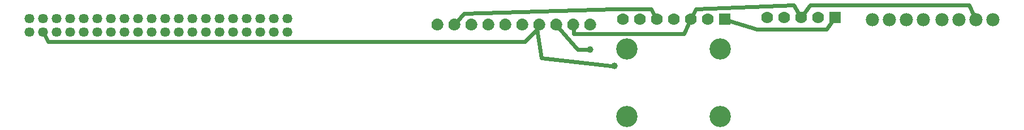
<source format=gbl>
G04 MADE WITH FRITZING*
G04 WWW.FRITZING.ORG*
G04 DOUBLE SIDED*
G04 HOLES PLATED*
G04 CONTOUR ON CENTER OF CONTOUR VECTOR*
%ASAXBY*%
%FSLAX23Y23*%
%MOIN*%
%OFA0B0*%
%SFA1.0B1.0*%
%ADD10C,0.057511*%
%ADD11C,0.057533*%
%ADD12C,0.070000*%
%ADD13C,0.078000*%
%ADD14C,0.125984*%
%ADD15C,0.039370*%
%ADD16R,0.070000X0.070000*%
%ADD17C,0.024000*%
%ADD18R,0.001000X0.001000*%
%LNCOPPER0*%
G90*
G70*
G54D10*
X284Y1030D03*
X364Y1030D03*
X444Y1030D03*
X524Y1030D03*
G54D11*
X604Y1030D03*
G54D10*
X684Y1030D03*
X764Y1030D03*
X844Y1030D03*
X924Y1030D03*
G54D11*
X1004Y1030D03*
G54D10*
X1084Y1030D03*
G54D11*
X1164Y1030D03*
G54D10*
X1244Y1030D03*
X1324Y1030D03*
X1404Y1030D03*
X1484Y1030D03*
G54D11*
X1564Y1030D03*
G54D10*
X1644Y1030D03*
X1724Y1030D03*
X1804Y1030D03*
X1804Y1110D03*
X1724Y1110D03*
X1644Y1110D03*
G54D11*
X1564Y1110D03*
G54D10*
X1484Y1110D03*
X1404Y1110D03*
X1324Y1110D03*
X1244Y1110D03*
G54D11*
X1164Y1110D03*
G54D10*
X1084Y1110D03*
G54D11*
X1004Y1110D03*
G54D10*
X924Y1110D03*
X844Y1110D03*
X764Y1110D03*
X684Y1110D03*
G54D11*
X604Y1110D03*
G54D10*
X524Y1110D03*
X444Y1110D03*
X364Y1110D03*
X284Y1110D03*
G54D12*
X5030Y1115D03*
X4930Y1115D03*
X4830Y1115D03*
X4730Y1115D03*
X4630Y1115D03*
G54D13*
X5962Y1101D03*
X5862Y1101D03*
X5762Y1101D03*
X5662Y1101D03*
X5962Y1101D03*
X5862Y1101D03*
X5762Y1101D03*
X5662Y1101D03*
X5253Y1102D03*
X5353Y1102D03*
X5453Y1102D03*
X5553Y1102D03*
G54D14*
X3805Y930D03*
G54D12*
X4380Y1105D03*
X4280Y1105D03*
X4180Y1105D03*
X4080Y1105D03*
X3980Y1105D03*
X3880Y1105D03*
X3780Y1105D03*
G54D14*
X3805Y530D03*
X4355Y530D03*
X4355Y930D03*
G54D12*
X3589Y1073D03*
X3489Y1073D03*
X3389Y1073D03*
X3289Y1073D03*
X3189Y1073D03*
X3089Y1073D03*
X2989Y1073D03*
X2889Y1073D03*
X2789Y1073D03*
X2689Y1073D03*
G54D15*
X3732Y828D03*
X3588Y924D03*
G54D16*
X5030Y1115D03*
X4380Y1105D03*
G54D17*
X2806Y1093D02*
X2844Y1140D01*
X2844Y1140D02*
X3732Y1164D01*
X3732Y1164D02*
X3948Y1164D01*
X3948Y1164D02*
X3965Y1132D01*
D02*
X4815Y1142D02*
X4788Y1188D01*
X4788Y1188D02*
X4212Y1164D01*
X4212Y1164D02*
X4195Y1132D01*
D02*
X3491Y1047D02*
X3492Y1020D01*
X3492Y1020D02*
X4140Y1020D01*
X4140Y1020D02*
X4167Y1077D01*
D02*
X5849Y1128D02*
X5820Y1188D01*
X5820Y1188D02*
X4884Y1188D01*
X4884Y1188D02*
X4849Y1140D01*
D02*
X5013Y1090D02*
X4980Y1044D01*
X4980Y1044D02*
X4572Y1044D01*
X4572Y1044D02*
X4409Y1096D01*
D02*
X3279Y1049D02*
X3276Y1044D01*
X3276Y1044D02*
X3300Y876D01*
X3300Y876D02*
X3713Y830D01*
D02*
X377Y1005D02*
X396Y972D01*
X396Y972D02*
X3204Y972D01*
X3204Y972D02*
X3276Y1044D01*
D02*
X3406Y1053D02*
X3516Y924D01*
X3516Y924D02*
X3569Y924D01*
G54D18*
X2682Y1108D02*
X2695Y1108D01*
X2782Y1108D02*
X2795Y1108D01*
X2882Y1108D02*
X2895Y1108D01*
X2982Y1108D02*
X2995Y1108D01*
X3082Y1108D02*
X3095Y1108D01*
X3182Y1108D02*
X3195Y1108D01*
X3282Y1108D02*
X3295Y1108D01*
X3382Y1108D02*
X3395Y1108D01*
X3482Y1108D02*
X3495Y1108D01*
X3582Y1108D02*
X3595Y1108D01*
X2679Y1107D02*
X2699Y1107D01*
X2779Y1107D02*
X2799Y1107D01*
X2879Y1107D02*
X2899Y1107D01*
X2979Y1107D02*
X2999Y1107D01*
X3079Y1107D02*
X3099Y1107D01*
X3179Y1107D02*
X3199Y1107D01*
X3278Y1107D02*
X3298Y1107D01*
X3378Y1107D02*
X3398Y1107D01*
X3478Y1107D02*
X3498Y1107D01*
X3578Y1107D02*
X3598Y1107D01*
X2676Y1106D02*
X2701Y1106D01*
X2776Y1106D02*
X2801Y1106D01*
X2876Y1106D02*
X2901Y1106D01*
X2976Y1106D02*
X3001Y1106D01*
X3076Y1106D02*
X3101Y1106D01*
X3176Y1106D02*
X3201Y1106D01*
X3276Y1106D02*
X3301Y1106D01*
X3376Y1106D02*
X3401Y1106D01*
X3476Y1106D02*
X3501Y1106D01*
X3576Y1106D02*
X3601Y1106D01*
X2674Y1105D02*
X2703Y1105D01*
X2774Y1105D02*
X2803Y1105D01*
X2874Y1105D02*
X2903Y1105D01*
X2974Y1105D02*
X3003Y1105D01*
X3074Y1105D02*
X3103Y1105D01*
X3174Y1105D02*
X3203Y1105D01*
X3274Y1105D02*
X3303Y1105D01*
X3374Y1105D02*
X3403Y1105D01*
X3474Y1105D02*
X3503Y1105D01*
X3574Y1105D02*
X3603Y1105D01*
X2672Y1104D02*
X2705Y1104D01*
X2772Y1104D02*
X2805Y1104D01*
X2872Y1104D02*
X2905Y1104D01*
X2972Y1104D02*
X3005Y1104D01*
X3072Y1104D02*
X3105Y1104D01*
X3172Y1104D02*
X3205Y1104D01*
X3272Y1104D02*
X3305Y1104D01*
X3372Y1104D02*
X3405Y1104D01*
X3472Y1104D02*
X3505Y1104D01*
X3572Y1104D02*
X3605Y1104D01*
X2671Y1103D02*
X2706Y1103D01*
X2771Y1103D02*
X2806Y1103D01*
X2871Y1103D02*
X2906Y1103D01*
X2971Y1103D02*
X3006Y1103D01*
X3071Y1103D02*
X3106Y1103D01*
X3171Y1103D02*
X3206Y1103D01*
X3271Y1103D02*
X3306Y1103D01*
X3371Y1103D02*
X3406Y1103D01*
X3471Y1103D02*
X3506Y1103D01*
X3571Y1103D02*
X3606Y1103D01*
X2669Y1102D02*
X2708Y1102D01*
X2769Y1102D02*
X2808Y1102D01*
X2869Y1102D02*
X2908Y1102D01*
X2969Y1102D02*
X3008Y1102D01*
X3069Y1102D02*
X3108Y1102D01*
X3169Y1102D02*
X3208Y1102D01*
X3269Y1102D02*
X3308Y1102D01*
X3369Y1102D02*
X3408Y1102D01*
X3469Y1102D02*
X3508Y1102D01*
X3569Y1102D02*
X3608Y1102D01*
X2668Y1101D02*
X2709Y1101D01*
X2768Y1101D02*
X2809Y1101D01*
X2868Y1101D02*
X2909Y1101D01*
X2968Y1101D02*
X3009Y1101D01*
X3068Y1101D02*
X3109Y1101D01*
X3168Y1101D02*
X3209Y1101D01*
X3268Y1101D02*
X3309Y1101D01*
X3368Y1101D02*
X3409Y1101D01*
X3468Y1101D02*
X3509Y1101D01*
X3568Y1101D02*
X3609Y1101D01*
X2667Y1100D02*
X2710Y1100D01*
X2767Y1100D02*
X2810Y1100D01*
X2867Y1100D02*
X2910Y1100D01*
X2967Y1100D02*
X3010Y1100D01*
X3067Y1100D02*
X3110Y1100D01*
X3167Y1100D02*
X3210Y1100D01*
X3267Y1100D02*
X3310Y1100D01*
X3367Y1100D02*
X3410Y1100D01*
X3467Y1100D02*
X3510Y1100D01*
X3567Y1100D02*
X3610Y1100D01*
X2666Y1099D02*
X2711Y1099D01*
X2766Y1099D02*
X2811Y1099D01*
X2866Y1099D02*
X2911Y1099D01*
X2966Y1099D02*
X3011Y1099D01*
X3066Y1099D02*
X3111Y1099D01*
X3166Y1099D02*
X3211Y1099D01*
X3266Y1099D02*
X3311Y1099D01*
X3366Y1099D02*
X3411Y1099D01*
X3466Y1099D02*
X3511Y1099D01*
X3566Y1099D02*
X3611Y1099D01*
X2665Y1098D02*
X2712Y1098D01*
X2765Y1098D02*
X2812Y1098D01*
X2865Y1098D02*
X2912Y1098D01*
X2965Y1098D02*
X3012Y1098D01*
X3065Y1098D02*
X3112Y1098D01*
X3165Y1098D02*
X3212Y1098D01*
X3265Y1098D02*
X3312Y1098D01*
X3365Y1098D02*
X3412Y1098D01*
X3465Y1098D02*
X3512Y1098D01*
X3565Y1098D02*
X3612Y1098D01*
X2664Y1097D02*
X2713Y1097D01*
X2764Y1097D02*
X2813Y1097D01*
X2864Y1097D02*
X2913Y1097D01*
X2964Y1097D02*
X3013Y1097D01*
X3064Y1097D02*
X3113Y1097D01*
X3164Y1097D02*
X3213Y1097D01*
X3264Y1097D02*
X3313Y1097D01*
X3364Y1097D02*
X3413Y1097D01*
X3464Y1097D02*
X3513Y1097D01*
X3564Y1097D02*
X3613Y1097D01*
X2663Y1096D02*
X2714Y1096D01*
X2763Y1096D02*
X2814Y1096D01*
X2863Y1096D02*
X2914Y1096D01*
X2963Y1096D02*
X3014Y1096D01*
X3063Y1096D02*
X3114Y1096D01*
X3163Y1096D02*
X3214Y1096D01*
X3263Y1096D02*
X3314Y1096D01*
X3363Y1096D02*
X3414Y1096D01*
X3463Y1096D02*
X3514Y1096D01*
X3563Y1096D02*
X3614Y1096D01*
X2662Y1095D02*
X2715Y1095D01*
X2762Y1095D02*
X2815Y1095D01*
X2862Y1095D02*
X2915Y1095D01*
X2962Y1095D02*
X3015Y1095D01*
X3062Y1095D02*
X3115Y1095D01*
X3162Y1095D02*
X3215Y1095D01*
X3262Y1095D02*
X3315Y1095D01*
X3362Y1095D02*
X3415Y1095D01*
X3462Y1095D02*
X3515Y1095D01*
X3562Y1095D02*
X3615Y1095D01*
X2661Y1094D02*
X2716Y1094D01*
X2761Y1094D02*
X2816Y1094D01*
X2861Y1094D02*
X2916Y1094D01*
X2961Y1094D02*
X3016Y1094D01*
X3061Y1094D02*
X3116Y1094D01*
X3161Y1094D02*
X3216Y1094D01*
X3261Y1094D02*
X3316Y1094D01*
X3361Y1094D02*
X3416Y1094D01*
X3461Y1094D02*
X3516Y1094D01*
X3561Y1094D02*
X3616Y1094D01*
X2660Y1093D02*
X2717Y1093D01*
X2760Y1093D02*
X2817Y1093D01*
X2860Y1093D02*
X2917Y1093D01*
X2960Y1093D02*
X3017Y1093D01*
X3060Y1093D02*
X3117Y1093D01*
X3160Y1093D02*
X3217Y1093D01*
X3260Y1093D02*
X3317Y1093D01*
X3360Y1093D02*
X3417Y1093D01*
X3460Y1093D02*
X3517Y1093D01*
X3560Y1093D02*
X3617Y1093D01*
X2660Y1092D02*
X2717Y1092D01*
X2760Y1092D02*
X2817Y1092D01*
X2860Y1092D02*
X2917Y1092D01*
X2960Y1092D02*
X3017Y1092D01*
X3060Y1092D02*
X3117Y1092D01*
X3160Y1092D02*
X3217Y1092D01*
X3260Y1092D02*
X3317Y1092D01*
X3360Y1092D02*
X3417Y1092D01*
X3460Y1092D02*
X3517Y1092D01*
X3560Y1092D02*
X3617Y1092D01*
X2659Y1091D02*
X2718Y1091D01*
X2759Y1091D02*
X2818Y1091D01*
X2859Y1091D02*
X2918Y1091D01*
X2959Y1091D02*
X3018Y1091D01*
X3059Y1091D02*
X3118Y1091D01*
X3159Y1091D02*
X3218Y1091D01*
X3259Y1091D02*
X3318Y1091D01*
X3359Y1091D02*
X3418Y1091D01*
X3459Y1091D02*
X3518Y1091D01*
X3559Y1091D02*
X3618Y1091D01*
X2659Y1090D02*
X2719Y1090D01*
X2759Y1090D02*
X2819Y1090D01*
X2859Y1090D02*
X2919Y1090D01*
X2959Y1090D02*
X3019Y1090D01*
X3059Y1090D02*
X3119Y1090D01*
X3159Y1090D02*
X3218Y1090D01*
X3259Y1090D02*
X3318Y1090D01*
X3358Y1090D02*
X3418Y1090D01*
X3458Y1090D02*
X3518Y1090D01*
X3558Y1090D02*
X3618Y1090D01*
X2658Y1089D02*
X2719Y1089D01*
X2758Y1089D02*
X2819Y1089D01*
X2858Y1089D02*
X2919Y1089D01*
X2958Y1089D02*
X3019Y1089D01*
X3058Y1089D02*
X3119Y1089D01*
X3158Y1089D02*
X3219Y1089D01*
X3258Y1089D02*
X3319Y1089D01*
X3358Y1089D02*
X3419Y1089D01*
X3458Y1089D02*
X3519Y1089D01*
X3558Y1089D02*
X3619Y1089D01*
X2658Y1088D02*
X2682Y1088D01*
X2695Y1088D02*
X2720Y1088D01*
X2758Y1088D02*
X2782Y1088D01*
X2795Y1088D02*
X2820Y1088D01*
X2858Y1088D02*
X2882Y1088D01*
X2895Y1088D02*
X2920Y1088D01*
X2958Y1088D02*
X2982Y1088D01*
X2995Y1088D02*
X3020Y1088D01*
X3057Y1088D02*
X3082Y1088D01*
X3095Y1088D02*
X3120Y1088D01*
X3157Y1088D02*
X3182Y1088D01*
X3195Y1088D02*
X3220Y1088D01*
X3257Y1088D02*
X3282Y1088D01*
X3295Y1088D02*
X3320Y1088D01*
X3357Y1088D02*
X3382Y1088D01*
X3395Y1088D02*
X3420Y1088D01*
X3457Y1088D02*
X3482Y1088D01*
X3495Y1088D02*
X3519Y1088D01*
X3557Y1088D02*
X3582Y1088D01*
X3595Y1088D02*
X3619Y1088D01*
X2657Y1087D02*
X2680Y1087D01*
X2697Y1087D02*
X2720Y1087D01*
X2757Y1087D02*
X2780Y1087D01*
X2797Y1087D02*
X2820Y1087D01*
X2857Y1087D02*
X2880Y1087D01*
X2897Y1087D02*
X2920Y1087D01*
X2957Y1087D02*
X2980Y1087D01*
X2997Y1087D02*
X3020Y1087D01*
X3057Y1087D02*
X3080Y1087D01*
X3097Y1087D02*
X3120Y1087D01*
X3157Y1087D02*
X3180Y1087D01*
X3197Y1087D02*
X3220Y1087D01*
X3257Y1087D02*
X3280Y1087D01*
X3297Y1087D02*
X3320Y1087D01*
X3357Y1087D02*
X3380Y1087D01*
X3397Y1087D02*
X3420Y1087D01*
X3457Y1087D02*
X3480Y1087D01*
X3497Y1087D02*
X3520Y1087D01*
X3557Y1087D02*
X3580Y1087D01*
X3597Y1087D02*
X3620Y1087D01*
X2657Y1086D02*
X2678Y1086D01*
X2699Y1086D02*
X2721Y1086D01*
X2757Y1086D02*
X2778Y1086D01*
X2799Y1086D02*
X2821Y1086D01*
X2857Y1086D02*
X2878Y1086D01*
X2899Y1086D02*
X2920Y1086D01*
X2957Y1086D02*
X2978Y1086D01*
X2999Y1086D02*
X3020Y1086D01*
X3057Y1086D02*
X3078Y1086D01*
X3099Y1086D02*
X3120Y1086D01*
X3157Y1086D02*
X3178Y1086D01*
X3199Y1086D02*
X3220Y1086D01*
X3257Y1086D02*
X3278Y1086D01*
X3299Y1086D02*
X3320Y1086D01*
X3357Y1086D02*
X3378Y1086D01*
X3399Y1086D02*
X3420Y1086D01*
X3457Y1086D02*
X3478Y1086D01*
X3499Y1086D02*
X3520Y1086D01*
X3557Y1086D02*
X3578Y1086D01*
X3599Y1086D02*
X3620Y1086D01*
X2656Y1085D02*
X2677Y1085D01*
X2700Y1085D02*
X2721Y1085D01*
X2756Y1085D02*
X2777Y1085D01*
X2800Y1085D02*
X2821Y1085D01*
X2856Y1085D02*
X2877Y1085D01*
X2900Y1085D02*
X2921Y1085D01*
X2956Y1085D02*
X2977Y1085D01*
X3000Y1085D02*
X3021Y1085D01*
X3056Y1085D02*
X3077Y1085D01*
X3100Y1085D02*
X3121Y1085D01*
X3156Y1085D02*
X3177Y1085D01*
X3200Y1085D02*
X3221Y1085D01*
X3256Y1085D02*
X3277Y1085D01*
X3300Y1085D02*
X3321Y1085D01*
X3356Y1085D02*
X3377Y1085D01*
X3400Y1085D02*
X3421Y1085D01*
X3456Y1085D02*
X3477Y1085D01*
X3500Y1085D02*
X3521Y1085D01*
X3556Y1085D02*
X3577Y1085D01*
X3600Y1085D02*
X3621Y1085D01*
X2656Y1084D02*
X2676Y1084D01*
X2701Y1084D02*
X2721Y1084D01*
X2756Y1084D02*
X2776Y1084D01*
X2801Y1084D02*
X2821Y1084D01*
X2856Y1084D02*
X2876Y1084D01*
X2901Y1084D02*
X2921Y1084D01*
X2956Y1084D02*
X2976Y1084D01*
X3001Y1084D02*
X3021Y1084D01*
X3056Y1084D02*
X3076Y1084D01*
X3101Y1084D02*
X3121Y1084D01*
X3156Y1084D02*
X3176Y1084D01*
X3201Y1084D02*
X3221Y1084D01*
X3256Y1084D02*
X3276Y1084D01*
X3301Y1084D02*
X3321Y1084D01*
X3356Y1084D02*
X3376Y1084D01*
X3401Y1084D02*
X3421Y1084D01*
X3456Y1084D02*
X3476Y1084D01*
X3501Y1084D02*
X3521Y1084D01*
X3556Y1084D02*
X3576Y1084D01*
X3601Y1084D02*
X3621Y1084D01*
X2656Y1083D02*
X2675Y1083D01*
X2702Y1083D02*
X2722Y1083D01*
X2756Y1083D02*
X2775Y1083D01*
X2802Y1083D02*
X2822Y1083D01*
X2855Y1083D02*
X2875Y1083D01*
X2902Y1083D02*
X2922Y1083D01*
X2955Y1083D02*
X2975Y1083D01*
X3002Y1083D02*
X3022Y1083D01*
X3055Y1083D02*
X3075Y1083D01*
X3102Y1083D02*
X3122Y1083D01*
X3155Y1083D02*
X3175Y1083D01*
X3202Y1083D02*
X3222Y1083D01*
X3255Y1083D02*
X3275Y1083D01*
X3302Y1083D02*
X3322Y1083D01*
X3355Y1083D02*
X3375Y1083D01*
X3402Y1083D02*
X3422Y1083D01*
X3455Y1083D02*
X3475Y1083D01*
X3502Y1083D02*
X3522Y1083D01*
X3555Y1083D02*
X3575Y1083D01*
X3602Y1083D02*
X3622Y1083D01*
X2655Y1082D02*
X2675Y1082D01*
X2702Y1082D02*
X2722Y1082D01*
X2755Y1082D02*
X2775Y1082D01*
X2802Y1082D02*
X2822Y1082D01*
X2855Y1082D02*
X2875Y1082D01*
X2902Y1082D02*
X2922Y1082D01*
X2955Y1082D02*
X2975Y1082D01*
X3002Y1082D02*
X3022Y1082D01*
X3055Y1082D02*
X3075Y1082D01*
X3102Y1082D02*
X3122Y1082D01*
X3155Y1082D02*
X3175Y1082D01*
X3202Y1082D02*
X3222Y1082D01*
X3255Y1082D02*
X3275Y1082D01*
X3302Y1082D02*
X3322Y1082D01*
X3355Y1082D02*
X3375Y1082D01*
X3402Y1082D02*
X3422Y1082D01*
X3455Y1082D02*
X3475Y1082D01*
X3502Y1082D02*
X3522Y1082D01*
X3555Y1082D02*
X3575Y1082D01*
X3602Y1082D02*
X3622Y1082D01*
X2655Y1081D02*
X2674Y1081D01*
X2703Y1081D02*
X2722Y1081D01*
X2755Y1081D02*
X2774Y1081D01*
X2803Y1081D02*
X2822Y1081D01*
X2855Y1081D02*
X2874Y1081D01*
X2903Y1081D02*
X2922Y1081D01*
X2955Y1081D02*
X2974Y1081D01*
X3003Y1081D02*
X3022Y1081D01*
X3055Y1081D02*
X3074Y1081D01*
X3103Y1081D02*
X3122Y1081D01*
X3155Y1081D02*
X3174Y1081D01*
X3203Y1081D02*
X3222Y1081D01*
X3255Y1081D02*
X3274Y1081D01*
X3303Y1081D02*
X3322Y1081D01*
X3355Y1081D02*
X3374Y1081D01*
X3403Y1081D02*
X3422Y1081D01*
X3455Y1081D02*
X3474Y1081D01*
X3503Y1081D02*
X3522Y1081D01*
X3555Y1081D02*
X3574Y1081D01*
X3603Y1081D02*
X3622Y1081D01*
X2655Y1080D02*
X2674Y1080D01*
X2703Y1080D02*
X2722Y1080D01*
X2755Y1080D02*
X2774Y1080D01*
X2803Y1080D02*
X2822Y1080D01*
X2855Y1080D02*
X2874Y1080D01*
X2903Y1080D02*
X2922Y1080D01*
X2955Y1080D02*
X2974Y1080D01*
X3003Y1080D02*
X3022Y1080D01*
X3055Y1080D02*
X3074Y1080D01*
X3103Y1080D02*
X3122Y1080D01*
X3155Y1080D02*
X3174Y1080D01*
X3203Y1080D02*
X3222Y1080D01*
X3255Y1080D02*
X3274Y1080D01*
X3303Y1080D02*
X3322Y1080D01*
X3355Y1080D02*
X3374Y1080D01*
X3403Y1080D02*
X3422Y1080D01*
X3455Y1080D02*
X3474Y1080D01*
X3503Y1080D02*
X3522Y1080D01*
X3555Y1080D02*
X3574Y1080D01*
X3603Y1080D02*
X3622Y1080D01*
X2655Y1079D02*
X2674Y1079D01*
X2703Y1079D02*
X2723Y1079D01*
X2755Y1079D02*
X2774Y1079D01*
X2803Y1079D02*
X2823Y1079D01*
X2855Y1079D02*
X2874Y1079D01*
X2903Y1079D02*
X2923Y1079D01*
X2955Y1079D02*
X2974Y1079D01*
X3003Y1079D02*
X3023Y1079D01*
X3055Y1079D02*
X3074Y1079D01*
X3103Y1079D02*
X3123Y1079D01*
X3154Y1079D02*
X3174Y1079D01*
X3203Y1079D02*
X3223Y1079D01*
X3254Y1079D02*
X3274Y1079D01*
X3303Y1079D02*
X3322Y1079D01*
X3354Y1079D02*
X3374Y1079D01*
X3403Y1079D02*
X3422Y1079D01*
X3454Y1079D02*
X3474Y1079D01*
X3503Y1079D02*
X3522Y1079D01*
X3554Y1079D02*
X3574Y1079D01*
X3603Y1079D02*
X3622Y1079D01*
X2654Y1078D02*
X2673Y1078D01*
X2704Y1078D02*
X2723Y1078D01*
X2754Y1078D02*
X2773Y1078D01*
X2804Y1078D02*
X2823Y1078D01*
X2854Y1078D02*
X2873Y1078D01*
X2904Y1078D02*
X2923Y1078D01*
X2954Y1078D02*
X2973Y1078D01*
X3004Y1078D02*
X3023Y1078D01*
X3054Y1078D02*
X3073Y1078D01*
X3104Y1078D02*
X3123Y1078D01*
X3154Y1078D02*
X3173Y1078D01*
X3204Y1078D02*
X3223Y1078D01*
X3254Y1078D02*
X3273Y1078D01*
X3304Y1078D02*
X3323Y1078D01*
X3354Y1078D02*
X3373Y1078D01*
X3404Y1078D02*
X3423Y1078D01*
X3454Y1078D02*
X3473Y1078D01*
X3504Y1078D02*
X3523Y1078D01*
X3554Y1078D02*
X3573Y1078D01*
X3604Y1078D02*
X3623Y1078D01*
X2654Y1077D02*
X2673Y1077D01*
X2704Y1077D02*
X2723Y1077D01*
X2754Y1077D02*
X2773Y1077D01*
X2804Y1077D02*
X2823Y1077D01*
X2854Y1077D02*
X2873Y1077D01*
X2904Y1077D02*
X2923Y1077D01*
X2954Y1077D02*
X2973Y1077D01*
X3004Y1077D02*
X3023Y1077D01*
X3054Y1077D02*
X3073Y1077D01*
X3104Y1077D02*
X3123Y1077D01*
X3154Y1077D02*
X3173Y1077D01*
X3204Y1077D02*
X3223Y1077D01*
X3254Y1077D02*
X3273Y1077D01*
X3304Y1077D02*
X3323Y1077D01*
X3354Y1077D02*
X3373Y1077D01*
X3404Y1077D02*
X3423Y1077D01*
X3454Y1077D02*
X3473Y1077D01*
X3504Y1077D02*
X3523Y1077D01*
X3554Y1077D02*
X3573Y1077D01*
X3604Y1077D02*
X3623Y1077D01*
X2654Y1076D02*
X2673Y1076D01*
X2704Y1076D02*
X2723Y1076D01*
X2754Y1076D02*
X2773Y1076D01*
X2804Y1076D02*
X2823Y1076D01*
X2854Y1076D02*
X2873Y1076D01*
X2904Y1076D02*
X2923Y1076D01*
X2954Y1076D02*
X2973Y1076D01*
X3004Y1076D02*
X3023Y1076D01*
X3054Y1076D02*
X3073Y1076D01*
X3104Y1076D02*
X3123Y1076D01*
X3154Y1076D02*
X3173Y1076D01*
X3204Y1076D02*
X3223Y1076D01*
X3254Y1076D02*
X3273Y1076D01*
X3304Y1076D02*
X3323Y1076D01*
X3354Y1076D02*
X3373Y1076D01*
X3404Y1076D02*
X3423Y1076D01*
X3454Y1076D02*
X3473Y1076D01*
X3504Y1076D02*
X3523Y1076D01*
X3554Y1076D02*
X3573Y1076D01*
X3604Y1076D02*
X3623Y1076D01*
X2654Y1075D02*
X2673Y1075D01*
X2704Y1075D02*
X2723Y1075D01*
X2754Y1075D02*
X2773Y1075D01*
X2804Y1075D02*
X2823Y1075D01*
X2854Y1075D02*
X2873Y1075D01*
X2904Y1075D02*
X2923Y1075D01*
X2954Y1075D02*
X2973Y1075D01*
X3004Y1075D02*
X3023Y1075D01*
X3054Y1075D02*
X3073Y1075D01*
X3104Y1075D02*
X3123Y1075D01*
X3154Y1075D02*
X3173Y1075D01*
X3204Y1075D02*
X3223Y1075D01*
X3254Y1075D02*
X3273Y1075D01*
X3304Y1075D02*
X3323Y1075D01*
X3354Y1075D02*
X3373Y1075D01*
X3404Y1075D02*
X3423Y1075D01*
X3454Y1075D02*
X3473Y1075D01*
X3504Y1075D02*
X3523Y1075D01*
X3554Y1075D02*
X3573Y1075D01*
X3604Y1075D02*
X3623Y1075D01*
X2654Y1074D02*
X2673Y1074D01*
X2704Y1074D02*
X2723Y1074D01*
X2754Y1074D02*
X2773Y1074D01*
X2804Y1074D02*
X2823Y1074D01*
X2854Y1074D02*
X2873Y1074D01*
X2904Y1074D02*
X2923Y1074D01*
X2954Y1074D02*
X2973Y1074D01*
X3004Y1074D02*
X3023Y1074D01*
X3054Y1074D02*
X3073Y1074D01*
X3104Y1074D02*
X3123Y1074D01*
X3154Y1074D02*
X3173Y1074D01*
X3204Y1074D02*
X3223Y1074D01*
X3254Y1074D02*
X3273Y1074D01*
X3304Y1074D02*
X3323Y1074D01*
X3354Y1074D02*
X3373Y1074D01*
X3404Y1074D02*
X3423Y1074D01*
X3454Y1074D02*
X3473Y1074D01*
X3504Y1074D02*
X3523Y1074D01*
X3554Y1074D02*
X3573Y1074D01*
X3604Y1074D02*
X3623Y1074D01*
X2654Y1073D02*
X2673Y1073D01*
X2704Y1073D02*
X2723Y1073D01*
X2754Y1073D02*
X2773Y1073D01*
X2804Y1073D02*
X2823Y1073D01*
X2854Y1073D02*
X2873Y1073D01*
X2904Y1073D02*
X2923Y1073D01*
X2954Y1073D02*
X2973Y1073D01*
X3004Y1073D02*
X3023Y1073D01*
X3054Y1073D02*
X3073Y1073D01*
X3104Y1073D02*
X3123Y1073D01*
X3154Y1073D02*
X3173Y1073D01*
X3204Y1073D02*
X3223Y1073D01*
X3254Y1073D02*
X3273Y1073D01*
X3304Y1073D02*
X3323Y1073D01*
X3354Y1073D02*
X3373Y1073D01*
X3404Y1073D02*
X3423Y1073D01*
X3454Y1073D02*
X3473Y1073D01*
X3504Y1073D02*
X3523Y1073D01*
X3554Y1073D02*
X3573Y1073D01*
X3604Y1073D02*
X3623Y1073D01*
X2654Y1072D02*
X2673Y1072D01*
X2704Y1072D02*
X2723Y1072D01*
X2754Y1072D02*
X2773Y1072D01*
X2804Y1072D02*
X2823Y1072D01*
X2854Y1072D02*
X2873Y1072D01*
X2904Y1072D02*
X2923Y1072D01*
X2954Y1072D02*
X2973Y1072D01*
X3004Y1072D02*
X3023Y1072D01*
X3054Y1072D02*
X3073Y1072D01*
X3104Y1072D02*
X3123Y1072D01*
X3154Y1072D02*
X3173Y1072D01*
X3204Y1072D02*
X3223Y1072D01*
X3254Y1072D02*
X3273Y1072D01*
X3304Y1072D02*
X3323Y1072D01*
X3354Y1072D02*
X3373Y1072D01*
X3404Y1072D02*
X3423Y1072D01*
X3454Y1072D02*
X3473Y1072D01*
X3504Y1072D02*
X3523Y1072D01*
X3554Y1072D02*
X3573Y1072D01*
X3604Y1072D02*
X3623Y1072D01*
X2654Y1071D02*
X2673Y1071D01*
X2704Y1071D02*
X2723Y1071D01*
X2754Y1071D02*
X2773Y1071D01*
X2804Y1071D02*
X2823Y1071D01*
X2854Y1071D02*
X2873Y1071D01*
X2904Y1071D02*
X2923Y1071D01*
X2954Y1071D02*
X2973Y1071D01*
X3004Y1071D02*
X3023Y1071D01*
X3054Y1071D02*
X3073Y1071D01*
X3104Y1071D02*
X3123Y1071D01*
X3154Y1071D02*
X3173Y1071D01*
X3204Y1071D02*
X3223Y1071D01*
X3254Y1071D02*
X3273Y1071D01*
X3304Y1071D02*
X3323Y1071D01*
X3354Y1071D02*
X3373Y1071D01*
X3404Y1071D02*
X3423Y1071D01*
X3454Y1071D02*
X3473Y1071D01*
X3504Y1071D02*
X3523Y1071D01*
X3554Y1071D02*
X3573Y1071D01*
X3604Y1071D02*
X3623Y1071D01*
X2654Y1070D02*
X2673Y1070D01*
X2704Y1070D02*
X2723Y1070D01*
X2754Y1070D02*
X2773Y1070D01*
X2804Y1070D02*
X2823Y1070D01*
X2854Y1070D02*
X2873Y1070D01*
X2904Y1070D02*
X2923Y1070D01*
X2954Y1070D02*
X2973Y1070D01*
X3004Y1070D02*
X3023Y1070D01*
X3054Y1070D02*
X3073Y1070D01*
X3104Y1070D02*
X3123Y1070D01*
X3154Y1070D02*
X3173Y1070D01*
X3204Y1070D02*
X3223Y1070D01*
X3254Y1070D02*
X3273Y1070D01*
X3304Y1070D02*
X3323Y1070D01*
X3354Y1070D02*
X3373Y1070D01*
X3404Y1070D02*
X3423Y1070D01*
X3454Y1070D02*
X3473Y1070D01*
X3504Y1070D02*
X3523Y1070D01*
X3554Y1070D02*
X3573Y1070D01*
X3604Y1070D02*
X3623Y1070D01*
X2655Y1069D02*
X2674Y1069D01*
X2703Y1069D02*
X2723Y1069D01*
X2755Y1069D02*
X2774Y1069D01*
X2803Y1069D02*
X2823Y1069D01*
X2855Y1069D02*
X2874Y1069D01*
X2903Y1069D02*
X2923Y1069D01*
X2955Y1069D02*
X2974Y1069D01*
X3003Y1069D02*
X3023Y1069D01*
X3054Y1069D02*
X3074Y1069D01*
X3103Y1069D02*
X3123Y1069D01*
X3154Y1069D02*
X3174Y1069D01*
X3203Y1069D02*
X3223Y1069D01*
X3254Y1069D02*
X3274Y1069D01*
X3303Y1069D02*
X3323Y1069D01*
X3354Y1069D02*
X3374Y1069D01*
X3403Y1069D02*
X3423Y1069D01*
X3454Y1069D02*
X3474Y1069D01*
X3503Y1069D02*
X3522Y1069D01*
X3554Y1069D02*
X3574Y1069D01*
X3603Y1069D02*
X3622Y1069D01*
X2655Y1068D02*
X2674Y1068D01*
X2703Y1068D02*
X2722Y1068D01*
X2755Y1068D02*
X2774Y1068D01*
X2803Y1068D02*
X2822Y1068D01*
X2855Y1068D02*
X2874Y1068D01*
X2903Y1068D02*
X2922Y1068D01*
X2955Y1068D02*
X2974Y1068D01*
X3003Y1068D02*
X3022Y1068D01*
X3055Y1068D02*
X3074Y1068D01*
X3103Y1068D02*
X3122Y1068D01*
X3155Y1068D02*
X3174Y1068D01*
X3203Y1068D02*
X3222Y1068D01*
X3255Y1068D02*
X3274Y1068D01*
X3303Y1068D02*
X3322Y1068D01*
X3355Y1068D02*
X3374Y1068D01*
X3403Y1068D02*
X3422Y1068D01*
X3455Y1068D02*
X3474Y1068D01*
X3503Y1068D02*
X3522Y1068D01*
X3555Y1068D02*
X3574Y1068D01*
X3603Y1068D02*
X3622Y1068D01*
X2655Y1067D02*
X2674Y1067D01*
X2703Y1067D02*
X2722Y1067D01*
X2755Y1067D02*
X2774Y1067D01*
X2803Y1067D02*
X2822Y1067D01*
X2855Y1067D02*
X2874Y1067D01*
X2903Y1067D02*
X2922Y1067D01*
X2955Y1067D02*
X2974Y1067D01*
X3003Y1067D02*
X3022Y1067D01*
X3055Y1067D02*
X3074Y1067D01*
X3103Y1067D02*
X3122Y1067D01*
X3155Y1067D02*
X3174Y1067D01*
X3203Y1067D02*
X3222Y1067D01*
X3255Y1067D02*
X3274Y1067D01*
X3303Y1067D02*
X3322Y1067D01*
X3355Y1067D02*
X3374Y1067D01*
X3403Y1067D02*
X3422Y1067D01*
X3455Y1067D02*
X3474Y1067D01*
X3503Y1067D02*
X3522Y1067D01*
X3555Y1067D02*
X3574Y1067D01*
X3603Y1067D02*
X3622Y1067D01*
X2655Y1066D02*
X2675Y1066D01*
X2702Y1066D02*
X2722Y1066D01*
X2755Y1066D02*
X2775Y1066D01*
X2802Y1066D02*
X2822Y1066D01*
X2855Y1066D02*
X2875Y1066D01*
X2902Y1066D02*
X2922Y1066D01*
X2955Y1066D02*
X2975Y1066D01*
X3002Y1066D02*
X3022Y1066D01*
X3055Y1066D02*
X3075Y1066D01*
X3102Y1066D02*
X3122Y1066D01*
X3155Y1066D02*
X3175Y1066D01*
X3202Y1066D02*
X3222Y1066D01*
X3255Y1066D02*
X3275Y1066D01*
X3302Y1066D02*
X3322Y1066D01*
X3355Y1066D02*
X3375Y1066D01*
X3402Y1066D02*
X3422Y1066D01*
X3455Y1066D02*
X3475Y1066D01*
X3502Y1066D02*
X3522Y1066D01*
X3555Y1066D02*
X3575Y1066D01*
X3602Y1066D02*
X3622Y1066D01*
X2655Y1065D02*
X2675Y1065D01*
X2702Y1065D02*
X2722Y1065D01*
X2755Y1065D02*
X2775Y1065D01*
X2802Y1065D02*
X2822Y1065D01*
X2855Y1065D02*
X2875Y1065D01*
X2902Y1065D02*
X2922Y1065D01*
X2955Y1065D02*
X2975Y1065D01*
X3002Y1065D02*
X3022Y1065D01*
X3055Y1065D02*
X3075Y1065D01*
X3102Y1065D02*
X3122Y1065D01*
X3155Y1065D02*
X3175Y1065D01*
X3202Y1065D02*
X3222Y1065D01*
X3255Y1065D02*
X3275Y1065D01*
X3302Y1065D02*
X3322Y1065D01*
X3355Y1065D02*
X3375Y1065D01*
X3402Y1065D02*
X3422Y1065D01*
X3455Y1065D02*
X3475Y1065D01*
X3502Y1065D02*
X3522Y1065D01*
X3555Y1065D02*
X3575Y1065D01*
X3602Y1065D02*
X3622Y1065D01*
X2656Y1064D02*
X2676Y1064D01*
X2701Y1064D02*
X2721Y1064D01*
X2756Y1064D02*
X2776Y1064D01*
X2801Y1064D02*
X2821Y1064D01*
X2856Y1064D02*
X2876Y1064D01*
X2901Y1064D02*
X2921Y1064D01*
X2956Y1064D02*
X2976Y1064D01*
X3001Y1064D02*
X3021Y1064D01*
X3056Y1064D02*
X3076Y1064D01*
X3101Y1064D02*
X3121Y1064D01*
X3156Y1064D02*
X3176Y1064D01*
X3201Y1064D02*
X3221Y1064D01*
X3256Y1064D02*
X3276Y1064D01*
X3301Y1064D02*
X3321Y1064D01*
X3356Y1064D02*
X3376Y1064D01*
X3401Y1064D02*
X3421Y1064D01*
X3456Y1064D02*
X3476Y1064D01*
X3501Y1064D02*
X3521Y1064D01*
X3556Y1064D02*
X3576Y1064D01*
X3601Y1064D02*
X3621Y1064D01*
X2656Y1063D02*
X2677Y1063D01*
X2700Y1063D02*
X2721Y1063D01*
X2756Y1063D02*
X2777Y1063D01*
X2800Y1063D02*
X2821Y1063D01*
X2856Y1063D02*
X2877Y1063D01*
X2900Y1063D02*
X2921Y1063D01*
X2956Y1063D02*
X2977Y1063D01*
X3000Y1063D02*
X3021Y1063D01*
X3056Y1063D02*
X3077Y1063D01*
X3100Y1063D02*
X3121Y1063D01*
X3156Y1063D02*
X3177Y1063D01*
X3200Y1063D02*
X3221Y1063D01*
X3256Y1063D02*
X3277Y1063D01*
X3300Y1063D02*
X3321Y1063D01*
X3356Y1063D02*
X3377Y1063D01*
X3400Y1063D02*
X3421Y1063D01*
X3456Y1063D02*
X3477Y1063D01*
X3500Y1063D02*
X3521Y1063D01*
X3556Y1063D02*
X3577Y1063D01*
X3600Y1063D02*
X3621Y1063D01*
X2657Y1062D02*
X2678Y1062D01*
X2699Y1062D02*
X2721Y1062D01*
X2757Y1062D02*
X2778Y1062D01*
X2799Y1062D02*
X2821Y1062D01*
X2857Y1062D02*
X2878Y1062D01*
X2899Y1062D02*
X2921Y1062D01*
X2957Y1062D02*
X2978Y1062D01*
X2999Y1062D02*
X3021Y1062D01*
X3057Y1062D02*
X3078Y1062D01*
X3099Y1062D02*
X3121Y1062D01*
X3157Y1062D02*
X3178Y1062D01*
X3199Y1062D02*
X3220Y1062D01*
X3256Y1062D02*
X3278Y1062D01*
X3299Y1062D02*
X3320Y1062D01*
X3356Y1062D02*
X3378Y1062D01*
X3399Y1062D02*
X3420Y1062D01*
X3456Y1062D02*
X3478Y1062D01*
X3499Y1062D02*
X3520Y1062D01*
X3556Y1062D02*
X3578Y1062D01*
X3599Y1062D02*
X3620Y1062D01*
X2657Y1061D02*
X2679Y1061D01*
X2698Y1061D02*
X2720Y1061D01*
X2757Y1061D02*
X2779Y1061D01*
X2798Y1061D02*
X2820Y1061D01*
X2857Y1061D02*
X2879Y1061D01*
X2898Y1061D02*
X2920Y1061D01*
X2957Y1061D02*
X2979Y1061D01*
X2998Y1061D02*
X3020Y1061D01*
X3057Y1061D02*
X3079Y1061D01*
X3098Y1061D02*
X3120Y1061D01*
X3157Y1061D02*
X3179Y1061D01*
X3198Y1061D02*
X3220Y1061D01*
X3257Y1061D02*
X3279Y1061D01*
X3298Y1061D02*
X3320Y1061D01*
X3357Y1061D02*
X3379Y1061D01*
X3398Y1061D02*
X3420Y1061D01*
X3457Y1061D02*
X3479Y1061D01*
X3498Y1061D02*
X3520Y1061D01*
X3557Y1061D02*
X3579Y1061D01*
X3598Y1061D02*
X3620Y1061D01*
X2657Y1060D02*
X2682Y1060D01*
X2696Y1060D02*
X2720Y1060D01*
X2757Y1060D02*
X2782Y1060D01*
X2796Y1060D02*
X2820Y1060D01*
X2857Y1060D02*
X2882Y1060D01*
X2896Y1060D02*
X2920Y1060D01*
X2957Y1060D02*
X2982Y1060D01*
X2996Y1060D02*
X3020Y1060D01*
X3057Y1060D02*
X3082Y1060D01*
X3096Y1060D02*
X3120Y1060D01*
X3157Y1060D02*
X3181Y1060D01*
X3196Y1060D02*
X3220Y1060D01*
X3257Y1060D02*
X3281Y1060D01*
X3295Y1060D02*
X3320Y1060D01*
X3357Y1060D02*
X3381Y1060D01*
X3395Y1060D02*
X3420Y1060D01*
X3457Y1060D02*
X3481Y1060D01*
X3495Y1060D02*
X3520Y1060D01*
X3557Y1060D02*
X3581Y1060D01*
X3595Y1060D02*
X3620Y1060D01*
X2658Y1059D02*
X2687Y1059D01*
X2690Y1059D02*
X2719Y1059D01*
X2758Y1059D02*
X2787Y1059D01*
X2790Y1059D02*
X2819Y1059D01*
X2858Y1059D02*
X2887Y1059D01*
X2890Y1059D02*
X2919Y1059D01*
X2958Y1059D02*
X2987Y1059D01*
X2990Y1059D02*
X3019Y1059D01*
X3058Y1059D02*
X3087Y1059D01*
X3090Y1059D02*
X3119Y1059D01*
X3158Y1059D02*
X3187Y1059D01*
X3190Y1059D02*
X3219Y1059D01*
X3258Y1059D02*
X3287Y1059D01*
X3290Y1059D02*
X3319Y1059D01*
X3358Y1059D02*
X3387Y1059D01*
X3390Y1059D02*
X3419Y1059D01*
X3458Y1059D02*
X3487Y1059D01*
X3490Y1059D02*
X3519Y1059D01*
X3558Y1059D02*
X3587Y1059D01*
X3590Y1059D02*
X3619Y1059D01*
X2659Y1058D02*
X2719Y1058D01*
X2759Y1058D02*
X2819Y1058D01*
X2858Y1058D02*
X2919Y1058D01*
X2958Y1058D02*
X3019Y1058D01*
X3058Y1058D02*
X3119Y1058D01*
X3158Y1058D02*
X3219Y1058D01*
X3258Y1058D02*
X3319Y1058D01*
X3358Y1058D02*
X3419Y1058D01*
X3458Y1058D02*
X3519Y1058D01*
X3558Y1058D02*
X3619Y1058D01*
X2659Y1057D02*
X2718Y1057D01*
X2759Y1057D02*
X2818Y1057D01*
X2859Y1057D02*
X2918Y1057D01*
X2959Y1057D02*
X3018Y1057D01*
X3059Y1057D02*
X3118Y1057D01*
X3159Y1057D02*
X3218Y1057D01*
X3259Y1057D02*
X3318Y1057D01*
X3359Y1057D02*
X3418Y1057D01*
X3459Y1057D02*
X3518Y1057D01*
X3559Y1057D02*
X3618Y1057D01*
X2660Y1056D02*
X2717Y1056D01*
X2760Y1056D02*
X2817Y1056D01*
X2860Y1056D02*
X2917Y1056D01*
X2960Y1056D02*
X3017Y1056D01*
X3060Y1056D02*
X3117Y1056D01*
X3160Y1056D02*
X3217Y1056D01*
X3260Y1056D02*
X3317Y1056D01*
X3360Y1056D02*
X3417Y1056D01*
X3460Y1056D02*
X3517Y1056D01*
X3560Y1056D02*
X3617Y1056D01*
X2660Y1055D02*
X2717Y1055D01*
X2760Y1055D02*
X2817Y1055D01*
X2860Y1055D02*
X2917Y1055D01*
X2960Y1055D02*
X3017Y1055D01*
X3060Y1055D02*
X3117Y1055D01*
X3160Y1055D02*
X3217Y1055D01*
X3260Y1055D02*
X3317Y1055D01*
X3360Y1055D02*
X3417Y1055D01*
X3460Y1055D02*
X3517Y1055D01*
X3560Y1055D02*
X3617Y1055D01*
X2661Y1054D02*
X2716Y1054D01*
X2761Y1054D02*
X2816Y1054D01*
X2861Y1054D02*
X2916Y1054D01*
X2961Y1054D02*
X3016Y1054D01*
X3061Y1054D02*
X3116Y1054D01*
X3161Y1054D02*
X3216Y1054D01*
X3261Y1054D02*
X3316Y1054D01*
X3361Y1054D02*
X3416Y1054D01*
X3461Y1054D02*
X3516Y1054D01*
X3561Y1054D02*
X3616Y1054D01*
X2662Y1053D02*
X2715Y1053D01*
X2762Y1053D02*
X2815Y1053D01*
X2862Y1053D02*
X2915Y1053D01*
X2962Y1053D02*
X3015Y1053D01*
X3062Y1053D02*
X3115Y1053D01*
X3162Y1053D02*
X3215Y1053D01*
X3262Y1053D02*
X3315Y1053D01*
X3362Y1053D02*
X3415Y1053D01*
X3462Y1053D02*
X3515Y1053D01*
X3562Y1053D02*
X3615Y1053D01*
X2663Y1052D02*
X2714Y1052D01*
X2763Y1052D02*
X2814Y1052D01*
X2863Y1052D02*
X2914Y1052D01*
X2963Y1052D02*
X3014Y1052D01*
X3063Y1052D02*
X3114Y1052D01*
X3163Y1052D02*
X3214Y1052D01*
X3263Y1052D02*
X3314Y1052D01*
X3363Y1052D02*
X3414Y1052D01*
X3463Y1052D02*
X3514Y1052D01*
X3563Y1052D02*
X3614Y1052D01*
X2664Y1051D02*
X2713Y1051D01*
X2764Y1051D02*
X2813Y1051D01*
X2864Y1051D02*
X2913Y1051D01*
X2964Y1051D02*
X3013Y1051D01*
X3064Y1051D02*
X3113Y1051D01*
X3164Y1051D02*
X3213Y1051D01*
X3264Y1051D02*
X3313Y1051D01*
X3364Y1051D02*
X3413Y1051D01*
X3464Y1051D02*
X3513Y1051D01*
X3564Y1051D02*
X3613Y1051D01*
X2665Y1050D02*
X2713Y1050D01*
X2765Y1050D02*
X2813Y1050D01*
X2865Y1050D02*
X2913Y1050D01*
X2965Y1050D02*
X3013Y1050D01*
X3065Y1050D02*
X3113Y1050D01*
X3165Y1050D02*
X3212Y1050D01*
X3265Y1050D02*
X3312Y1050D01*
X3364Y1050D02*
X3412Y1050D01*
X3464Y1050D02*
X3512Y1050D01*
X3564Y1050D02*
X3612Y1050D01*
X2666Y1049D02*
X2712Y1049D01*
X2766Y1049D02*
X2811Y1049D01*
X2866Y1049D02*
X2911Y1049D01*
X2966Y1049D02*
X3011Y1049D01*
X3066Y1049D02*
X3111Y1049D01*
X3166Y1049D02*
X3211Y1049D01*
X3266Y1049D02*
X3311Y1049D01*
X3366Y1049D02*
X3411Y1049D01*
X3466Y1049D02*
X3511Y1049D01*
X3566Y1049D02*
X3611Y1049D01*
X2667Y1048D02*
X2710Y1048D01*
X2767Y1048D02*
X2810Y1048D01*
X2867Y1048D02*
X2910Y1048D01*
X2967Y1048D02*
X3010Y1048D01*
X3067Y1048D02*
X3110Y1048D01*
X3167Y1048D02*
X3210Y1048D01*
X3267Y1048D02*
X3310Y1048D01*
X3367Y1048D02*
X3410Y1048D01*
X3467Y1048D02*
X3510Y1048D01*
X3567Y1048D02*
X3610Y1048D01*
X2668Y1047D02*
X2709Y1047D01*
X2768Y1047D02*
X2809Y1047D01*
X2868Y1047D02*
X2909Y1047D01*
X2968Y1047D02*
X3009Y1047D01*
X3068Y1047D02*
X3109Y1047D01*
X3168Y1047D02*
X3209Y1047D01*
X3268Y1047D02*
X3309Y1047D01*
X3368Y1047D02*
X3409Y1047D01*
X3468Y1047D02*
X3509Y1047D01*
X3568Y1047D02*
X3609Y1047D01*
X2669Y1046D02*
X2708Y1046D01*
X2769Y1046D02*
X2808Y1046D01*
X2869Y1046D02*
X2908Y1046D01*
X2969Y1046D02*
X3008Y1046D01*
X3069Y1046D02*
X3108Y1046D01*
X3169Y1046D02*
X3208Y1046D01*
X3269Y1046D02*
X3308Y1046D01*
X3369Y1046D02*
X3408Y1046D01*
X3469Y1046D02*
X3508Y1046D01*
X3569Y1046D02*
X3608Y1046D01*
X2671Y1045D02*
X2707Y1045D01*
X2771Y1045D02*
X2807Y1045D01*
X2871Y1045D02*
X2907Y1045D01*
X2971Y1045D02*
X3007Y1045D01*
X3071Y1045D02*
X3107Y1045D01*
X3171Y1045D02*
X3207Y1045D01*
X3270Y1045D02*
X3306Y1045D01*
X3370Y1045D02*
X3406Y1045D01*
X3470Y1045D02*
X3506Y1045D01*
X3570Y1045D02*
X3606Y1045D01*
X2672Y1044D02*
X2705Y1044D01*
X2772Y1044D02*
X2805Y1044D01*
X2872Y1044D02*
X2905Y1044D01*
X2972Y1044D02*
X3005Y1044D01*
X3072Y1044D02*
X3105Y1044D01*
X3172Y1044D02*
X3205Y1044D01*
X3272Y1044D02*
X3305Y1044D01*
X3372Y1044D02*
X3405Y1044D01*
X3472Y1044D02*
X3505Y1044D01*
X3572Y1044D02*
X3605Y1044D01*
X2674Y1043D02*
X2703Y1043D01*
X2774Y1043D02*
X2803Y1043D01*
X2874Y1043D02*
X2903Y1043D01*
X2974Y1043D02*
X3003Y1043D01*
X3074Y1043D02*
X3103Y1043D01*
X3174Y1043D02*
X3203Y1043D01*
X3274Y1043D02*
X3303Y1043D01*
X3374Y1043D02*
X3403Y1043D01*
X3474Y1043D02*
X3503Y1043D01*
X3574Y1043D02*
X3603Y1043D01*
X2676Y1042D02*
X2701Y1042D01*
X2776Y1042D02*
X2801Y1042D01*
X2876Y1042D02*
X2901Y1042D01*
X2976Y1042D02*
X3001Y1042D01*
X3076Y1042D02*
X3101Y1042D01*
X3176Y1042D02*
X3201Y1042D01*
X3276Y1042D02*
X3301Y1042D01*
X3376Y1042D02*
X3401Y1042D01*
X3476Y1042D02*
X3501Y1042D01*
X3576Y1042D02*
X3601Y1042D01*
X2678Y1041D02*
X2699Y1041D01*
X2778Y1041D02*
X2799Y1041D01*
X2878Y1041D02*
X2899Y1041D01*
X2978Y1041D02*
X2999Y1041D01*
X3078Y1041D02*
X3099Y1041D01*
X3178Y1041D02*
X3199Y1041D01*
X3278Y1041D02*
X3299Y1041D01*
X3378Y1041D02*
X3399Y1041D01*
X3478Y1041D02*
X3499Y1041D01*
X3578Y1041D02*
X3599Y1041D01*
X2681Y1040D02*
X2696Y1040D01*
X2781Y1040D02*
X2796Y1040D01*
X2881Y1040D02*
X2896Y1040D01*
X2981Y1040D02*
X2996Y1040D01*
X3081Y1040D02*
X3096Y1040D01*
X3181Y1040D02*
X3196Y1040D01*
X3281Y1040D02*
X3296Y1040D01*
X3381Y1040D02*
X3396Y1040D01*
X3481Y1040D02*
X3496Y1040D01*
X3581Y1040D02*
X3596Y1040D01*
X2688Y1039D02*
X2689Y1039D01*
X2788Y1039D02*
X2789Y1039D01*
X2888Y1039D02*
X2889Y1039D01*
X2988Y1039D02*
X2989Y1039D01*
X3088Y1039D02*
X3089Y1039D01*
X3188Y1039D02*
X3189Y1039D01*
X3288Y1039D02*
X3289Y1039D01*
X3388Y1039D02*
X3389Y1039D01*
X3488Y1039D02*
X3489Y1039D01*
X3588Y1039D02*
X3589Y1039D01*
D02*
G04 End of Copper0*
M02*
</source>
